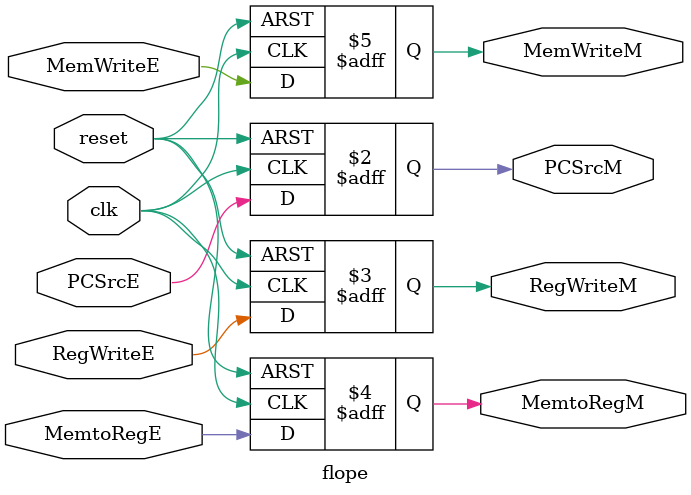
<source format=v>
module flope(
	clk,
	reset,
	PCSrcE,
	RegWriteE,
	MemtoRegE,
	MemWriteE,
	PCSrcM,
	RegWriteM,
	MemtoRegM,
	MemWriteM,
);
	input wire clk;
	input wire reset;
	input wire PCSrcE;
	input wire RegWriteE;
	input wire MemtoRegE;
	input wire MemWriteE;
	output reg PCSrcM;
	output reg RegWriteM;
	output reg MemtoRegM;
	output reg MemWriteM;
	
	always @ (posedge clk or posedge reset)
	begin
		if (reset)
		begin
			PCSrcM <= 0;
			RegWriteM <= 0;
			MemtoRegM <= 0;
			MemWriteM <= 0;
		end
		else
		begin
			PCSrcM <= PCSrcE;
			RegWriteM <= RegWriteE;
			MemtoRegM <= MemtoRegE;
			MemWriteM <= MemWriteE;
		end
	end

endmodule

</source>
